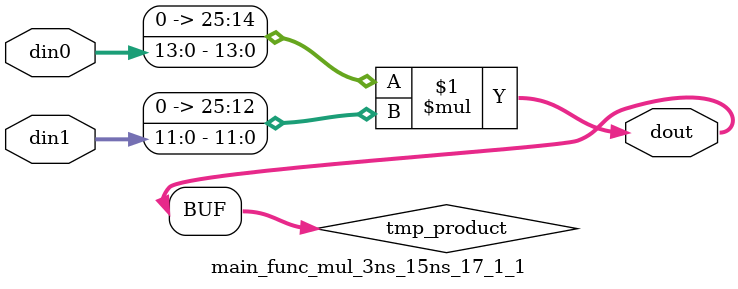
<source format=v>

`timescale 1 ns / 1 ps

  module main_func_mul_3ns_15ns_17_1_1(din0, din1, dout);
parameter ID = 1;
parameter NUM_STAGE = 0;
parameter din0_WIDTH = 14;
parameter din1_WIDTH = 12;
parameter dout_WIDTH = 26;

input [din0_WIDTH - 1 : 0] din0; 
input [din1_WIDTH - 1 : 0] din1; 
output [dout_WIDTH - 1 : 0] dout;

wire signed [dout_WIDTH - 1 : 0] tmp_product;










assign tmp_product = $signed({1'b0, din0}) * $signed({1'b0, din1});











assign dout = tmp_product;







endmodule

</source>
